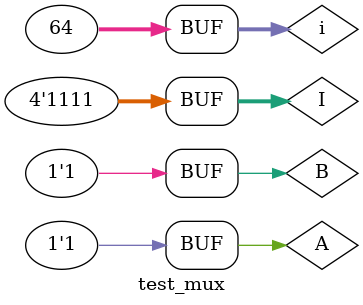
<source format=v>
`timescale 1ns / 1ps


module test_mux;

	// Inputs
	reg [3:0] I;
	reg A;
	reg B;

	// Outputs
	wire Y;

	integer i;

	// Instantiate the Unit Under Test (UUT)
	mux_4_to_1 uut (
		.I(I),
		.A(A),
		.B(B),
		.Y(Y)
	);

	initial begin
		for (i = 0; i < 64; i = i + 1) begin
			I[0] = i & 1;
			I[1] = (i >> 1) & 1;
			I[2] = (i >> 2) & 1;
			I[3] = (i >> 3) & 1;
			B = (i >> 4) & 1;
			A = (i >> 5) & 1;
			#10;
      end

	end

endmodule

</source>
